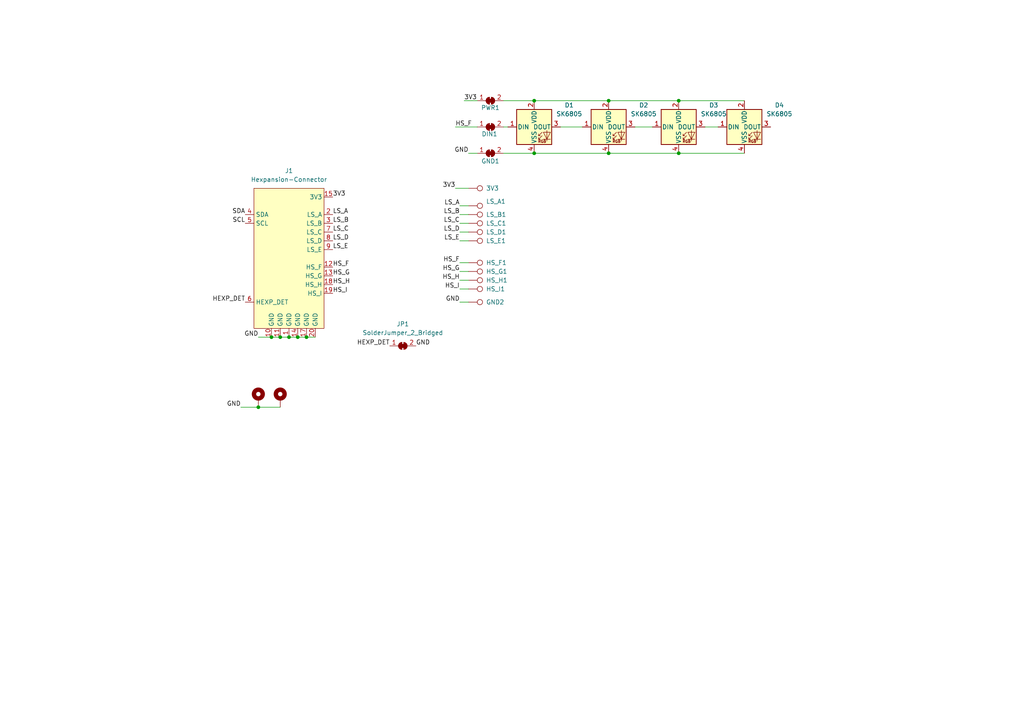
<source format=kicad_sch>
(kicad_sch (version 20231120) (generator "eeschema") (generator_version "8.0")
  (paper "A4")
  (lib_symbols
    (symbol "Connector:TestPoint" (pin_numbers hide) (pin_names (offset 0.762) hide)
      (property "Reference" "TP" (at 0 6.858 0))
      (property "Value" "TestPoint" (at 0 5.08 0))
      (symbol "TestPoint_0_1"
        (circle (center 0 3.302) (radius 0.762))
      )
      (symbol "TestPoint_1_1"
        (pin passive line (at 0 0 90) (length 2.54) (name "1") (number "1"))
      )
    )
    (symbol "Jumper:SolderJumper_2_Bridged" (pin_names (offset 0) hide)
      (property "Reference" "JP" (at 0 2.032 0))
      (property "Value" "SolderJumper_2_Bridged" (at 0 -2.54 0))
      (symbol "SolderJumper_2_Bridged_0_1"
        (rectangle (start -0.508 0.508) (end 0.508 -0.508) (fill (type outline)))
        (arc (start -0.254 1.016) (mid -1.2656 0) (end -0.254 -1.016))
        (arc (start -0.254 1.016) (mid -1.2656 0) (end -0.254 -1.016) (fill (type outline)))
        (polyline (pts (xy -0.254 1.016) (xy -0.254 -1.016)))
        (polyline (pts (xy 0.254 1.016) (xy 0.254 -1.016)))
        (arc (start 0.254 -1.016) (mid 1.2656 0) (end 0.254 1.016))
        (arc (start 0.254 -1.016) (mid 1.2656 0) (end 0.254 1.016) (fill (type outline)))
      )
      (symbol "SolderJumper_2_Bridged_1_1"
        (pin passive line (at -3.81 0 0) (length 2.54) (name "A") (number "1"))
        (pin passive line (at 3.81 0 180) (length 2.54) (name "B") (number "2"))
      )
    )
    (symbol "LED:SK6805" (pin_names (offset 0.254))
      (property "Reference" "D1" (at 10.16 6.3186 0))
      (property "Value" "SK6805" (at 10.16 3.7786 0))
      (symbol "SK6805_0_0"
        (text "RGB" (at 2.286 -4.191 0) (effects (font (size 0.762 0.762))))
      )
      (symbol "SK6805_0_1"
        (polyline (pts (xy 1.27 -3.556) (xy 1.778 -3.556)))
        (polyline (pts (xy 1.27 -2.54) (xy 1.778 -2.54)))
        (polyline (pts (xy 4.699 -3.556) (xy 2.667 -3.556)))
        (polyline (pts (xy 2.286 -2.54) (xy 1.27 -3.556) (xy 1.27 -3.048)))
        (polyline (pts (xy 2.286 -1.524) (xy 1.27 -2.54) (xy 1.27 -2.032)))
        (polyline (pts (xy 3.683 -1.016) (xy 3.683 -3.556) (xy 3.683 -4.064)))
        (polyline (pts (xy 4.699 -1.524) (xy 2.667 -1.524) (xy 3.683 -3.556) (xy 4.699 -1.524)))
        (rectangle (start 5.08 5.08) (end -5.08 -5.08) (stroke (width 0.254)) (fill (type background)))
      )
      (symbol "SK6805_1_1"
        (pin input line (at -7.62 0 0) (length 2.54) (name "DIN") (number "1"))
        (pin power_in line (at 0 7.62 270) (length 2.54) (name "VDD") (number "2"))
        (pin output line (at 7.62 0 180) (length 2.54) (name "DOUT") (number "3"))
        (pin power_in line (at 0 -7.62 90) (length 2.54) (name "VSS") (number "4"))
      )
    )
    (symbol "Mechanical:MountingHole_Pad" (pin_numbers hide) (pin_names (offset 1.016) hide)
      (property "Reference" "H" (at 0 6.35 0))
      (property "Value" "MountingHole_Pad" (at 0 4.445 0))
      (symbol "MountingHole_Pad_0_1"
        (circle (center 0 1.27) (radius 1.27) (stroke (width 1.27)))
      )
      (symbol "MountingHole_Pad_1_1"
        (pin input line (at 0 -2.54 90) (length 2.54) (name "1") (number "1"))
      )
    )
    (symbol "tildagon:hexpansion-edge-connector" (in_bom no)
      (property "Reference" "J" (at -6.35 17.78 0))
      (property "Value" "Hexpansion-Connector" (at 0 21.59 0))
      (symbol "hexpansion-edge-connector_1_1"
        (rectangle (start -10.16 20.32) (end 10.16 -20.32) (fill (type background)))
        (pin power_out line (at 0 -22.86 90) (length 2.54) (name "GND") (number "1"))
        (pin passive line (at -5.08 -22.86 90) (length 2.54) (name "GND") (number "10"))
        (pin passive line (at -2.54 -22.86 90) (length 2.54) (name "GND") (number "11"))
        (pin bidirectional line (at 12.7 -2.54 180) (length 2.54) (name "HS_F") (number "12"))
        (pin bidirectional line (at 12.7 -5.08 180) (length 2.54) (name "HS_G") (number "13"))
        (pin passive line (at 2.54 -22.86 90) (length 2.54) (name "GND") (number "14"))
        (pin power_out line (at 12.7 17.78 180) (length 2.54) (name "3V3") (number "15"))
        (pin passive line (at 12.7 17.78 180) (length 2.54) hide (name "3V3") (number "16"))
        (pin passive line (at 5.08 -22.86 90) (length 2.54) (name "GND") (number "17"))
        (pin bidirectional line (at 12.7 -7.62 180) (length 2.54) (name "HS_H") (number "18"))
        (pin bidirectional line (at 12.7 -10.16 180) (length 2.54) (name "HS_I") (number "19"))
        (pin bidirectional line (at 12.7 12.7 180) (length 2.54) (name "LS_A") (number "2"))
        (pin passive line (at 7.62 -22.86 90) (length 2.54) (name "GND") (number "20"))
        (pin bidirectional line (at 12.7 10.16 180) (length 2.54) (name "LS_B") (number "3"))
        (pin bidirectional line (at -12.7 12.7 0) (length 2.54) (name "SDA") (number "4"))
        (pin output line (at -12.7 10.16 0) (length 2.54) (name "SCL") (number "5"))
        (pin bidirectional line (at -12.7 -12.7 0) (length 2.54) (name "HEXP_DET") (number "6"))
        (pin bidirectional line (at 12.7 7.62 180) (length 2.54) (name "LS_C") (number "7"))
        (pin bidirectional line (at 12.7 5.08 180) (length 2.54) (name "LS_D") (number "8"))
        (pin bidirectional line (at 12.7 2.54 180) (length 2.54) (name "LS_E") (number "9"))
      )
    )
  )
  (junction (at 176.53 44.45))
  (junction (at 196.85 29.21))
  (junction (at 88.9 97.79))
  (junction (at 81.28 97.79))
  (junction (at 86.36 97.79))
  (junction (at 176.53 29.21))
  (junction (at 83.82 97.79))
  (junction (at 78.74 97.79))
  (junction (at 154.94 29.21))
  (junction (at 154.94 44.45))
  (junction (at 74.93 118.11))
  (junction (at 196.85 44.45))
  (wire (pts (xy 74.93 118.11) (xy 81.28 118.11)))
  (wire (pts (xy 81.28 97.79) (xy 83.82 97.79)))
  (wire (pts (xy 74.93 97.79) (xy 78.74 97.79)))
  (wire (pts (xy 176.53 29.21) (xy 196.85 29.21)))
  (wire (pts (xy 83.82 97.79) (xy 86.36 97.79)))
  (wire (pts (xy 134.62 29.21) (xy 138.43 29.21)))
  (wire (pts (xy 132.08 54.61) (xy 135.89 54.61)))
  (wire (pts (xy 86.36 97.79) (xy 88.9 97.79)))
  (wire (pts (xy 133.35 78.74) (xy 135.89 78.74)))
  (wire (pts (xy 133.35 87.63) (xy 135.89 87.63)))
  (wire (pts (xy 133.35 69.85) (xy 135.89 69.85)))
  (wire (pts (xy 146.05 44.45) (xy 154.94 44.45)))
  (wire (pts (xy 154.94 29.21) (xy 176.53 29.21)))
  (wire (pts (xy 135.89 44.45) (xy 138.43 44.45)))
  (wire (pts (xy 133.35 62.23) (xy 135.89 62.23)))
  (wire (pts (xy 196.85 44.45) (xy 215.9 44.45)))
  (wire (pts (xy 132.08 36.83) (xy 138.43 36.83)))
  (wire (pts (xy 133.35 81.28) (xy 135.89 81.28)))
  (wire (pts (xy 69.85 118.11) (xy 74.93 118.11)))
  (wire (pts (xy 133.35 83.82) (xy 135.89 83.82)))
  (wire (pts (xy 176.53 44.45) (xy 196.85 44.45)))
  (wire (pts (xy 154.94 44.45) (xy 176.53 44.45)))
  (wire (pts (xy 133.35 67.31) (xy 135.89 67.31)))
  (wire (pts (xy 204.47 36.83) (xy 208.28 36.83)))
  (wire (pts (xy 146.05 36.83) (xy 147.32 36.83)))
  (wire (pts (xy 133.35 76.2) (xy 135.89 76.2)))
  (wire (pts (xy 133.35 59.69) (xy 135.89 59.69)))
  (wire (pts (xy 196.85 29.21) (xy 215.9 29.21)))
  (wire (pts (xy 146.05 29.21) (xy 154.94 29.21)))
  (wire (pts (xy 162.56 36.83) (xy 168.91 36.83)))
  (wire (pts (xy 133.35 64.77) (xy 135.89 64.77)))
  (wire (pts (xy 184.15 36.83) (xy 189.23 36.83)))
  (wire (pts (xy 88.9 97.79) (xy 91.44 97.79)))
  (wire (pts (xy 78.74 97.79) (xy 81.28 97.79)))
  (label "HEXP_DET" (at 113.03 100.33 180))
  (label "GND" (at 69.85 118.11 180))
  (label "3V3" (at 96.52 57.15 0))
  (label "LS_B" (at 133.35 62.23 180))
  (label "LS_E" (at 96.52 72.39 0))
  (label "GND" (at 120.65 100.33 0))
  (label "LS_D" (at 133.35 67.31 180))
  (label "LS_E" (at 133.35 69.85 180))
  (label "SCL" (at 71.12 64.77 180))
  (label "SDA" (at 71.12 62.23 180))
  (label "HS_H" (at 133.35 81.28 180))
  (label "HS_I" (at 96.52 85.09 0))
  (label "GND" (at 74.93 97.79 180))
  (label "GND" (at 135.89 44.45 180))
  (label "LS_C" (at 133.35 64.77 180))
  (label "HS_F" (at 96.52 77.47 0))
  (label "LS_C" (at 96.52 67.31 0))
  (label "HS_G" (at 96.52 80.01 0))
  (label "LS_B" (at 96.52 64.77 0))
  (label "HS_G" (at 133.35 78.74 180))
  (label "LS_A" (at 133.35 59.69 180))
  (label "HS_F" (at 133.35 76.2 180))
  (label "HS_H" (at 96.52 82.55 0))
  (label "LS_D" (at 96.52 69.85 0))
  (label "HEXP_DET" (at 71.12 87.63 180))
  (label "LS_A" (at 96.52 62.23 0))
  (label "HS_I" (at 133.35 83.82 180))
  (label "3V3" (at 134.62 29.21 0))
  (label "GND" (at 133.35 87.63 180))
  (label "3V3" (at 132.08 54.61 180))
  (label "HS_F" (at 132.08 36.83 0))
  (symbol (lib_id "LED:SK6805") (at 215.9 36.83 0) (unit 1)
    (property "Reference" "D4" (at 226.06 30.5114 0))
    (property "Value" "SK6805" (at 226.06 33.0514 0))
    (property "Footprint" "[Eastabrooka] LED Library:SK6805-EC15" (effects (hide yes)))
    (property "Datasheet" "https://cdn-shop.adafruit.com/product-files/3484/3484_Datasheet.pdf" (effects (hide yes)))
    (property "Description" "RGB LED with integrated controller" (effects (hide yes)))
  )
  (symbol (lib_id "Connector:TestPoint") (at 135.89 83.82 270) (unit 1)
    (property "Reference" "HS_I1" (at 140.97 83.8199 90) (effects (justify left)))
    (property "Value" "TestPoint" (effects (hide yes)))
    (property "Footprint" "TestPoint:TestPoint_Pad_D1.0mm" (effects (hide yes)))
    (property "Description" "test point" (effects (hide yes)))
  )
  (symbol (lib_id "Connector:TestPoint") (at 135.89 81.28 270) (unit 1)
    (property "Reference" "HS_H1" (at 140.97 81.2799 90) (effects (justify left)))
    (property "Value" "TestPoint" (effects (hide yes)))
    (property "Footprint" "TestPoint:TestPoint_Pad_D1.0mm" (effects (hide yes)))
    (property "Description" "test point" (effects (hide yes)))
  )
  (symbol (lib_id "LED:SK6805") (at 176.53 36.83 0) (unit 1)
    (property "Reference" "D2" (at 186.69 30.5114 0))
    (property "Value" "SK6805" (at 186.69 33.0514 0))
    (property "Footprint" "[Eastabrooka] LED Library:SK6805-EC15" (effects (hide yes)))
    (property "Datasheet" "https://cdn-shop.adafruit.com/product-files/3484/3484_Datasheet.pdf" (effects (hide yes)))
    (property "Description" "RGB LED with integrated controller" (effects (hide yes)))
  )
  (symbol (lib_id "Connector:TestPoint") (at 135.89 67.31 270) (unit 1)
    (property "Reference" "LS_D1" (at 140.97 67.3099 90) (effects (justify left)))
    (property "Value" "TestPoint" (effects (hide yes)))
    (property "Footprint" "TestPoint:TestPoint_Pad_D1.0mm" (effects (hide yes)))
    (property "Description" "test point" (effects (hide yes)))
  )
  (symbol (lib_id "Mechanical:MountingHole_Pad") (at 74.93 115.57 0) (unit 1)
    (property "Reference" "H1" (effects (hide yes)))
    (property "Value" "MountingHole_Pad" (effects (hide yes)))
    (property "Footprint" "MountingHole:MountingHole_2.2mm_M2_Pad_Via" (effects (hide yes)))
  )
  (symbol (lib_id "Connector:TestPoint") (at 135.89 87.63 270) (unit 1)
    (property "Reference" "GND2" (at 140.97 87.6299 90) (effects (justify left)))
    (property "Value" "TestPoint" (effects (hide yes)))
    (property "Footprint" "TestPoint:TestPoint_Pad_D1.0mm" (effects (hide yes)))
    (property "Description" "test point" (effects (hide yes)))
  )
  (symbol (lib_id "LED:SK6805") (at 154.94 36.83 0) (unit 1)
    (property "Reference" "D1" (at 165.1 30.5114 0))
    (property "Value" "SK6805" (at 165.1 33.0514 0))
    (property "Footprint" "[Eastabrooka] LED Library:SK6805-EC15" (effects (hide yes)))
    (property "Datasheet" "https://cdn-shop.adafruit.com/product-files/3484/3484_Datasheet.pdf" (effects (hide yes)))
    (property "Description" "RGB LED with integrated controller" (effects (hide yes)))
  )
  (symbol (lib_id "Mechanical:MountingHole_Pad") (at 81.28 115.57 0) (unit 1)
    (property "Reference" "H2" (effects (hide yes)))
    (property "Value" "MountingHole_Pad" (effects (hide yes)))
    (property "Footprint" "MountingHole:MountingHole_2.2mm_M2_Pad_Via" (effects (hide yes)))
  )
  (symbol (lib_id "Connector:TestPoint") (at 135.89 54.61 270) (unit 1)
    (property "Reference" "3V3" (at 140.97 54.6099 90) (effects (justify left)))
    (property "Value" "TestPoint" (effects (hide yes)))
    (property "Footprint" "TestPoint:TestPoint_Pad_D1.0mm" (effects (hide yes)))
    (property "Description" "test point" (effects (hide yes)))
  )
  (symbol (lib_id "tildagon:hexpansion-edge-connector") (at 83.82 74.93 0) (unit 1) (exclude_from_sim yes) (in_bom no)
    (property "Reference" "J1" (at 83.82 49.53 0))
    (property "Value" "Hexpansion-Connector" (at 83.82 52.07 0))
    (property "Footprint" "tildagon:hexpansion-edge-connector" (effects (hide yes)))
  )
  (symbol (lib_id "Connector:TestPoint") (at 135.89 78.74 270) (unit 1)
    (property "Reference" "HS_G1" (at 140.97 78.7399 90) (effects (justify left)))
    (property "Value" "TestPoint" (effects (hide yes)))
    (property "Footprint" "TestPoint:TestPoint_Pad_D1.0mm" (effects (hide yes)))
    (property "Description" "test point" (effects (hide yes)))
  )
  (symbol (lib_id "Connector:TestPoint") (at 135.89 69.85 270) (unit 1)
    (property "Reference" "LS_E1" (at 140.97 69.8499 90) (effects (justify left)))
    (property "Value" "TestPoint" (effects (hide yes)))
    (property "Footprint" "TestPoint:TestPoint_Pad_D1.0mm" (effects (hide yes)))
    (property "Description" "test point" (effects (hide yes)))
  )
  (symbol (lib_id "Jumper:SolderJumper_2_Bridged") (at 142.24 36.83 0) (unit 1)
    (property "Reference" "DIN1" (at 141.986 38.862 0))
    (property "Value" "SolderJumper_2_Bridged" (effects (hide yes)))
    (property "Footprint" "Jumper:SolderJumper-2_P1.3mm_Bridged_RoundedPad1.0x1.5mm" (effects (hide yes)))
  )
  (symbol (lib_id "Jumper:SolderJumper_2_Bridged") (at 142.24 44.45 0) (unit 1)
    (property "Reference" "GND1" (at 142.24 46.736 0))
    (property "Value" "SolderJumper_2_Bridged" (effects (hide yes)))
    (property "Footprint" "Jumper:SolderJumper-2_P1.3mm_Bridged_RoundedPad1.0x1.5mm" (effects (hide yes)))
  )
  (symbol (lib_id "Connector:TestPoint") (at 135.89 64.77 270) (unit 1)
    (property "Reference" "LS_C1" (at 140.97 64.7699 90) (effects (justify left)))
    (property "Value" "TestPoint" (effects (hide yes)))
    (property "Footprint" "TestPoint:TestPoint_Pad_D1.0mm" (effects (hide yes)))
    (property "Description" "test point" (effects (hide yes)))
  )
  (symbol (lib_id "Jumper:SolderJumper_2_Bridged") (at 142.24 29.21 0) (unit 1)
    (property "Reference" "PWR1" (at 142.24 31.242 0))
    (property "Value" "SolderJumper_2_Bridged" (effects (hide yes)))
    (property "Footprint" "Jumper:SolderJumper-2_P1.3mm_Bridged_RoundedPad1.0x1.5mm" (effects (hide yes)))
  )
  (symbol (lib_id "LED:SK6805") (at 196.85 36.83 0) (unit 1)
    (property "Reference" "D3" (at 207.01 30.5114 0))
    (property "Value" "SK6805" (at 207.01 33.0514 0))
    (property "Footprint" "[Eastabrooka] LED Library:SK6805-EC15" (effects (hide yes)))
    (property "Datasheet" "https://cdn-shop.adafruit.com/product-files/3484/3484_Datasheet.pdf" (effects (hide yes)))
    (property "Description" "RGB LED with integrated controller" (effects (hide yes)))
  )
  (symbol (lib_id "Jumper:SolderJumper_2_Bridged") (at 116.84 100.33 0) (unit 1)
    (property "Reference" "JP1" (at 116.84 93.98 0))
    (property "Value" "SolderJumper_2_Bridged" (at 116.84 96.52 0))
    (property "Footprint" "Jumper:SolderJumper-2_P1.3mm_Bridged_RoundedPad1.0x1.5mm" (effects (hide yes)))
  )
  (symbol (lib_id "Connector:TestPoint") (at 135.89 76.2 270) (unit 1)
    (property "Reference" "HS_F1" (at 140.97 76.1999 90) (effects (justify left)))
    (property "Value" "TestPoint" (effects (hide yes)))
    (property "Footprint" "TestPoint:TestPoint_Pad_D1.0mm" (effects (hide yes)))
    (property "Description" "test point" (effects (hide yes)))
  )
  (symbol (lib_id "Connector:TestPoint") (at 135.89 62.23 270) (unit 1)
    (property "Reference" "LS_B1" (at 140.97 62.2299 90) (effects (justify left)))
    (property "Value" "TestPoint" (effects (hide yes)))
    (property "Footprint" "TestPoint:TestPoint_Pad_D1.0mm" (effects (hide yes)))
    (property "Description" "test point" (effects (hide yes)))
  )
  (symbol (lib_id "Connector:TestPoint") (at 135.89 59.69 270) (unit 1)
    (property "Reference" "LS_A1" (at 140.97 58.4199 90) (effects (justify left)))
    (property "Value" "TestPoint" (effects (hide yes)))
    (property "Footprint" "TestPoint:TestPoint_Pad_D1.0mm" (effects (hide yes)))
    (property "Description" "test point" (effects (hide yes)))
  )
)
</source>
